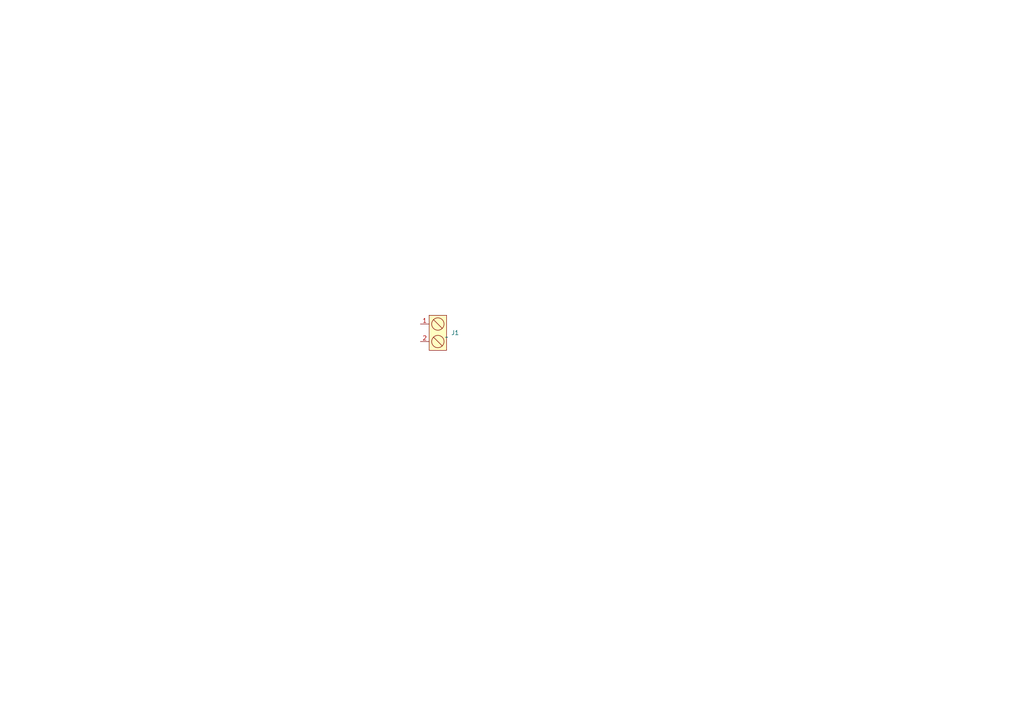
<source format=kicad_sch>
(kicad_sch (version 20230121) (generator eeschema)
  (paper "A4")
  (lib_symbols
    (symbol "New_Library:Screw_CONN_TERM_Block_5.00mm"
      (property "Reference" "J" (at 0 -2.54 0))
      (symbol "Screw_CONN_TERM_Block_5.00mm_0_1"
        (polyline (pts (xy -1.27 2.54) (xy 1.27 0)))
        (polyline (pts (xy -1.27 7.62) (xy 1.27 5.08)))
        (circle (center 0 1.27) (radius 1.7961))
        (circle (center 0 6.35) (radius 1.7961))
      )
      (symbol "Screw_CONN_TERM_Block_5.00mm_1_1"
        (rectangle (start -2.54 8.89) (end 2.54 -1.27) (fill (type background)))
        (pin input line (at -5.08 6.35 0) (length 2.54) (name "") (number "1"))
        (pin input line (at -5.08 1.27 0) (length 2.54) (name "") (number "2"))
      )
    )
  )
  (symbol (lib_id "New_Library:Screw_CONN_TERM_Block_5.00mm") (at 127 100.33 0) (unit 1)
    (property "Reference" "J1" (at 130.81 96.52 0) (effects (justify left)))
    (property "Value" "~" (at 129.54 97.79 0))
    (property "Footprint" "New_Library:Screw_CONN_TERM_Block_5.00mm" (effects hide))
  )
)
</source>
